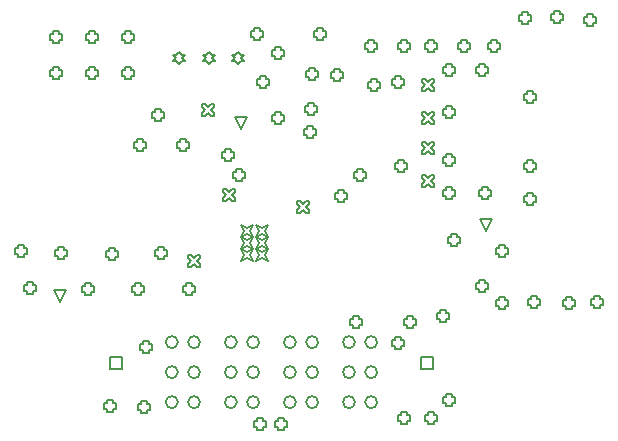
<source format=gbr>
%TF.GenerationSoftware,Altium Limited,Altium Designer,24.2.2 (26)*%
G04 Layer_Color=2752767*
%FSLAX45Y45*%
%MOMM*%
%TF.SameCoordinates,49D751E1-909A-4D1D-99CC-CC6D119DB9C5*%
%TF.FilePolarity,Positive*%
%TF.FileFunction,Drawing*%
%TF.Part,Single*%
G01*
G75*
%TA.AperFunction,NonConductor*%
%ADD37C,0.12700*%
%ADD70C,0.16933*%
D37*
X4180180Y-4897320D02*
Y-4795720D01*
X4281780D01*
Y-4897320D01*
X4180180D01*
X1552180D02*
Y-4795720D01*
X1653780D01*
Y-4897320D01*
X1552180D01*
X1125220Y-4330700D02*
X1074420Y-4229100D01*
X1176020D01*
X1125220Y-4330700D01*
X4732020Y-3723640D02*
X4681220Y-3622040D01*
X4782820D01*
X4732020Y-3723640D01*
X2636520Y-2311400D02*
X2661920Y-2286000D01*
X2687320D01*
X2661920Y-2260600D01*
X2687320Y-2235200D01*
X2661920D01*
X2636520Y-2209800D01*
X2611120Y-2235200D01*
X2585720D01*
X2611120Y-2260600D01*
X2585720Y-2286000D01*
X2611120D01*
X2636520Y-2311400D01*
X2386520D02*
X2411920Y-2286000D01*
X2437320D01*
X2411920Y-2260600D01*
X2437320Y-2235200D01*
X2411920D01*
X2386520Y-2209800D01*
X2361120Y-2235200D01*
X2335720D01*
X2361120Y-2260600D01*
X2335720Y-2286000D01*
X2361120D01*
X2386520Y-2311400D01*
X2136520D02*
X2161920Y-2286000D01*
X2187320D01*
X2161920Y-2260600D01*
X2187320Y-2235200D01*
X2161920D01*
X2136520Y-2209800D01*
X2111120Y-2235200D01*
X2085720D01*
X2111120Y-2260600D01*
X2085720Y-2286000D01*
X2111120D01*
X2136520Y-2311400D01*
X2659380Y-2867660D02*
X2608580Y-2766060D01*
X2710180D01*
X2659380Y-2867660D01*
X5588000Y-1963420D02*
Y-1988820D01*
X5638800D01*
Y-1963420D01*
X5664200D01*
Y-1912620D01*
X5638800D01*
Y-1887220D01*
X5588000D01*
Y-1912620D01*
X5562600D01*
Y-1963420D01*
X5588000D01*
X5311140Y-1943100D02*
Y-1968500D01*
X5361940D01*
Y-1943100D01*
X5387340D01*
Y-1892300D01*
X5361940D01*
Y-1866900D01*
X5311140D01*
Y-1892300D01*
X5285740D01*
Y-1943100D01*
X5311140D01*
X5036820Y-1950720D02*
Y-1976120D01*
X5087620D01*
Y-1950720D01*
X5113020D01*
Y-1899920D01*
X5087620D01*
Y-1874520D01*
X5036820D01*
Y-1899920D01*
X5011420D01*
Y-1950720D01*
X5036820D01*
X3444240Y-2430780D02*
Y-2456180D01*
X3495040D01*
Y-2430780D01*
X3520440D01*
Y-2379980D01*
X3495040D01*
Y-2354580D01*
X3444240D01*
Y-2379980D01*
X3418840D01*
Y-2430780D01*
X3444240D01*
X4841240Y-4358640D02*
Y-4384040D01*
X4892040D01*
Y-4358640D01*
X4917440D01*
Y-4307840D01*
X4892040D01*
Y-4282440D01*
X4841240D01*
Y-4307840D01*
X4815840D01*
Y-4358640D01*
X4841240D01*
X5118100Y-4353560D02*
Y-4378960D01*
X5168900D01*
Y-4353560D01*
X5194300D01*
Y-4302760D01*
X5168900D01*
Y-4277360D01*
X5118100D01*
Y-4302760D01*
X5092700D01*
Y-4353560D01*
X5118100D01*
X5643880Y-4351020D02*
Y-4376420D01*
X5694680D01*
Y-4351020D01*
X5720080D01*
Y-4300220D01*
X5694680D01*
Y-4274820D01*
X5643880D01*
Y-4300220D01*
X5618480D01*
Y-4351020D01*
X5643880D01*
X5407660Y-4358640D02*
Y-4384040D01*
X5458460D01*
Y-4358640D01*
X5483860D01*
Y-4307840D01*
X5458460D01*
Y-4282440D01*
X5407660D01*
Y-4307840D01*
X5382260D01*
Y-4358640D01*
X5407660D01*
X2509520Y-3477260D02*
X2534920D01*
X2560320Y-3451860D01*
X2585720Y-3477260D01*
X2611120D01*
Y-3451860D01*
X2585720Y-3426460D01*
X2611120Y-3401060D01*
Y-3375660D01*
X2585720D01*
X2560320Y-3401060D01*
X2534920Y-3375660D01*
X2509520D01*
Y-3401060D01*
X2534920Y-3426460D01*
X2509520Y-3451860D01*
Y-3477260D01*
X2209800Y-4036060D02*
X2235200D01*
X2260600Y-4010660D01*
X2286000Y-4036060D01*
X2311400D01*
Y-4010660D01*
X2286000Y-3985260D01*
X2311400Y-3959860D01*
Y-3934460D01*
X2286000D01*
X2260600Y-3959860D01*
X2235200Y-3934460D01*
X2209800D01*
Y-3959860D01*
X2235200Y-3985260D01*
X2209800Y-4010660D01*
Y-4036060D01*
X2138680Y-3022600D02*
Y-3048000D01*
X2189480D01*
Y-3022600D01*
X2214880D01*
Y-2971800D01*
X2189480D01*
Y-2946400D01*
X2138680D01*
Y-2971800D01*
X2113280D01*
Y-3022600D01*
X2138680D01*
X774700Y-3919220D02*
Y-3944620D01*
X825500D01*
Y-3919220D01*
X850900D01*
Y-3868420D01*
X825500D01*
Y-3843020D01*
X774700D01*
Y-3868420D01*
X749300D01*
Y-3919220D01*
X774700D01*
X1955800Y-3937000D02*
Y-3962400D01*
X2006600D01*
Y-3937000D01*
X2032000D01*
Y-3886200D01*
X2006600D01*
Y-3860800D01*
X1955800D01*
Y-3886200D01*
X1930400D01*
Y-3937000D01*
X1955800D01*
X1109980Y-3939540D02*
Y-3964940D01*
X1160780D01*
Y-3939540D01*
X1186180D01*
Y-3888740D01*
X1160780D01*
Y-3863340D01*
X1109980D01*
Y-3888740D01*
X1084580D01*
Y-3939540D01*
X1109980D01*
X2971800Y-5384800D02*
Y-5410200D01*
X3022600D01*
Y-5384800D01*
X3048000D01*
Y-5334000D01*
X3022600D01*
Y-5308600D01*
X2971800D01*
Y-5334000D01*
X2946400D01*
Y-5384800D01*
X2971800D01*
X2794000D02*
Y-5410200D01*
X2844800D01*
Y-5384800D01*
X2870200D01*
Y-5334000D01*
X2844800D01*
Y-5308600D01*
X2794000D01*
Y-5334000D01*
X2768600D01*
Y-5384800D01*
X2794000D01*
X4671060Y-4221480D02*
Y-4246880D01*
X4721860D01*
Y-4221480D01*
X4747260D01*
Y-4170680D01*
X4721860D01*
Y-4145280D01*
X4671060D01*
Y-4170680D01*
X4645660D01*
Y-4221480D01*
X4671060D01*
X4439920Y-3832860D02*
Y-3858260D01*
X4490720D01*
Y-3832860D01*
X4516120D01*
Y-3782060D01*
X4490720D01*
Y-3756660D01*
X4439920D01*
Y-3782060D01*
X4414520D01*
Y-3832860D01*
X4439920D01*
X5080000Y-2616200D02*
Y-2641600D01*
X5130800D01*
Y-2616200D01*
X5156200D01*
Y-2565400D01*
X5130800D01*
Y-2540000D01*
X5080000D01*
Y-2565400D01*
X5054600D01*
Y-2616200D01*
X5080000D01*
X3962400Y-4699000D02*
Y-4724400D01*
X4013200D01*
Y-4699000D01*
X4038600D01*
Y-4648200D01*
X4013200D01*
Y-4622800D01*
X3962400D01*
Y-4648200D01*
X3937000D01*
Y-4699000D01*
X3962400D01*
X5080000Y-3479800D02*
Y-3505200D01*
X5130800D01*
Y-3479800D01*
X5156200D01*
Y-3429000D01*
X5130800D01*
Y-3403600D01*
X5080000D01*
Y-3429000D01*
X5054600D01*
Y-3479800D01*
X5080000D01*
Y-3200400D02*
Y-3225800D01*
X5130800D01*
Y-3200400D01*
X5156200D01*
Y-3149600D01*
X5130800D01*
Y-3124200D01*
X5080000D01*
Y-3149600D01*
X5054600D01*
Y-3200400D01*
X5080000D01*
X4843780Y-3921760D02*
Y-3947160D01*
X4894580D01*
Y-3921760D01*
X4919980D01*
Y-3870960D01*
X4894580D01*
Y-3845560D01*
X4843780D01*
Y-3870960D01*
X4818380D01*
Y-3921760D01*
X4843780D01*
X3606800Y-4521200D02*
Y-4546600D01*
X3657600D01*
Y-4521200D01*
X3683000D01*
Y-4470400D01*
X3657600D01*
Y-4445000D01*
X3606800D01*
Y-4470400D01*
X3581400D01*
Y-4521200D01*
X3606800D01*
X4064000D02*
Y-4546600D01*
X4114800D01*
Y-4521200D01*
X4140200D01*
Y-4470400D01*
X4114800D01*
Y-4445000D01*
X4064000D01*
Y-4470400D01*
X4038600D01*
Y-4521200D01*
X4064000D01*
X4343400Y-4470400D02*
Y-4495800D01*
X4394200D01*
Y-4470400D01*
X4419600D01*
Y-4419600D01*
X4394200D01*
Y-4394200D01*
X4343400D01*
Y-4419600D01*
X4318000D01*
Y-4470400D01*
X4343400D01*
X4394200Y-5181600D02*
Y-5207000D01*
X4445000D01*
Y-5181600D01*
X4470400D01*
Y-5130800D01*
X4445000D01*
Y-5105400D01*
X4394200D01*
Y-5130800D01*
X4368800D01*
Y-5181600D01*
X4394200D01*
X4241800Y-5334000D02*
Y-5359400D01*
X4292600D01*
Y-5334000D01*
X4318000D01*
Y-5283200D01*
X4292600D01*
Y-5257800D01*
X4241800D01*
Y-5283200D01*
X4216400D01*
Y-5334000D01*
X4241800D01*
X4013200D02*
Y-5359400D01*
X4064000D01*
Y-5334000D01*
X4089400D01*
Y-5283200D01*
X4064000D01*
Y-5257800D01*
X4013200D01*
Y-5283200D01*
X3987800D01*
Y-5334000D01*
X4013200D01*
X4699000Y-3429000D02*
Y-3454400D01*
X4749800D01*
Y-3429000D01*
X4775200D01*
Y-3378200D01*
X4749800D01*
Y-3352800D01*
X4699000D01*
Y-3378200D01*
X4673600D01*
Y-3429000D01*
X4699000D01*
X4394200D02*
Y-3454400D01*
X4445000D01*
Y-3429000D01*
X4470400D01*
Y-3378200D01*
X4445000D01*
Y-3352800D01*
X4394200D01*
Y-3378200D01*
X4368800D01*
Y-3429000D01*
X4394200D01*
X4673600Y-2387600D02*
Y-2413000D01*
X4724400D01*
Y-2387600D01*
X4749800D01*
Y-2336800D01*
X4724400D01*
Y-2311400D01*
X4673600D01*
Y-2336800D01*
X4648200D01*
Y-2387600D01*
X4673600D01*
X4394200D02*
Y-2413000D01*
X4445000D01*
Y-2387600D01*
X4470400D01*
Y-2336800D01*
X4445000D01*
Y-2311400D01*
X4394200D01*
Y-2336800D01*
X4368800D01*
Y-2387600D01*
X4394200D01*
Y-2743200D02*
Y-2768600D01*
X4445000D01*
Y-2743200D01*
X4470400D01*
Y-2692400D01*
X4445000D01*
Y-2667000D01*
X4394200D01*
Y-2692400D01*
X4368800D01*
Y-2743200D01*
X4394200D01*
Y-3149600D02*
Y-3175000D01*
X4445000D01*
Y-3149600D01*
X4470400D01*
Y-3098800D01*
X4445000D01*
Y-3073400D01*
X4394200D01*
Y-3098800D01*
X4368800D01*
Y-3149600D01*
X4394200D01*
X3130235Y-3573780D02*
X3155635D01*
X3181035Y-3548380D01*
X3206435Y-3573780D01*
X3231835D01*
Y-3548380D01*
X3206435Y-3522980D01*
X3231835Y-3497580D01*
Y-3472180D01*
X3206435D01*
X3181035Y-3497580D01*
X3155635Y-3472180D01*
X3130235D01*
Y-3497580D01*
X3155635Y-3522980D01*
X3130235Y-3548380D01*
Y-3573780D01*
X3479800Y-3454400D02*
Y-3479800D01*
X3530600D01*
Y-3454400D01*
X3556000D01*
Y-3403600D01*
X3530600D01*
Y-3378200D01*
X3479800D01*
Y-3403600D01*
X3454400D01*
Y-3454400D01*
X3479800D01*
X3759200Y-2514600D02*
Y-2540000D01*
X3810000D01*
Y-2514600D01*
X3835400D01*
Y-2463800D01*
X3810000D01*
Y-2438400D01*
X3759200D01*
Y-2463800D01*
X3733800D01*
Y-2514600D01*
X3759200D01*
X3962400Y-2489200D02*
Y-2514600D01*
X4013200D01*
Y-2489200D01*
X4038600D01*
Y-2438400D01*
X4013200D01*
Y-2413000D01*
X3962400D01*
Y-2438400D01*
X3937000D01*
Y-2489200D01*
X3962400D01*
X3640520Y-3274960D02*
Y-3300360D01*
X3691320D01*
Y-3274960D01*
X3716720D01*
Y-3224160D01*
X3691320D01*
Y-3198760D01*
X3640520D01*
Y-3224160D01*
X3615120D01*
Y-3274960D01*
X3640520D01*
X3987800Y-3200400D02*
Y-3225800D01*
X4038600D01*
Y-3200400D01*
X4064000D01*
Y-3149600D01*
X4038600D01*
Y-3124200D01*
X3987800D01*
Y-3149600D01*
X3962400D01*
Y-3200400D01*
X3987800D01*
X3218180Y-2910840D02*
Y-2936240D01*
X3268980D01*
Y-2910840D01*
X3294380D01*
Y-2860040D01*
X3268980D01*
Y-2834640D01*
X3218180D01*
Y-2860040D01*
X3192780D01*
Y-2910840D01*
X3218180D01*
X3225800Y-2717800D02*
Y-2743200D01*
X3276600D01*
Y-2717800D01*
X3302000D01*
Y-2667000D01*
X3276600D01*
Y-2641600D01*
X3225800D01*
Y-2667000D01*
X3200400D01*
Y-2717800D01*
X3225800D01*
X2946400Y-2794000D02*
Y-2819400D01*
X2997200D01*
Y-2794000D01*
X3022600D01*
Y-2743200D01*
X2997200D01*
Y-2717800D01*
X2946400D01*
Y-2743200D01*
X2921000D01*
Y-2794000D01*
X2946400D01*
X2523588Y-3112519D02*
Y-3137919D01*
X2574388D01*
Y-3112519D01*
X2599788D01*
Y-3061719D01*
X2574388D01*
Y-3036319D01*
X2523588D01*
Y-3061719D01*
X2498188D01*
Y-3112519D01*
X2523588D01*
X2616200Y-3276600D02*
Y-3302000D01*
X2667000D01*
Y-3276600D01*
X2692400D01*
Y-3225800D01*
X2667000D01*
Y-3200400D01*
X2616200D01*
Y-3225800D01*
X2590800D01*
Y-3276600D01*
X2616200D01*
X4191000Y-3352800D02*
X4216400D01*
X4241800Y-3327400D01*
X4267200Y-3352800D01*
X4292600D01*
Y-3327400D01*
X4267200Y-3302000D01*
X4292600Y-3276600D01*
Y-3251200D01*
X4267200D01*
X4241800Y-3276600D01*
X4216400Y-3251200D01*
X4191000D01*
Y-3276600D01*
X4216400Y-3302000D01*
X4191000Y-3327400D01*
Y-3352800D01*
Y-3073400D02*
X4216400D01*
X4241800Y-3048000D01*
X4267200Y-3073400D01*
X4292600D01*
Y-3048000D01*
X4267200Y-3022600D01*
X4292600Y-2997200D01*
Y-2971800D01*
X4267200D01*
X4241800Y-2997200D01*
X4216400Y-2971800D01*
X4191000D01*
Y-2997200D01*
X4216400Y-3022600D01*
X4191000Y-3048000D01*
Y-3073400D01*
Y-2819400D02*
X4216400D01*
X4241800Y-2794000D01*
X4267200Y-2819400D01*
X4292600D01*
Y-2794000D01*
X4267200Y-2768600D01*
X4292600Y-2743200D01*
Y-2717800D01*
X4267200D01*
X4241800Y-2743200D01*
X4216400Y-2717800D01*
X4191000D01*
Y-2743200D01*
X4216400Y-2768600D01*
X4191000Y-2794000D01*
Y-2819400D01*
Y-2540000D02*
X4216400D01*
X4241800Y-2514600D01*
X4267200Y-2540000D01*
X4292600D01*
Y-2514600D01*
X4267200Y-2489200D01*
X4292600Y-2463800D01*
Y-2438400D01*
X4267200D01*
X4241800Y-2463800D01*
X4216400Y-2438400D01*
X4191000D01*
Y-2463800D01*
X4216400Y-2489200D01*
X4191000Y-2514600D01*
Y-2540000D01*
X3302000Y-2082800D02*
Y-2108200D01*
X3352800D01*
Y-2082800D01*
X3378200D01*
Y-2032000D01*
X3352800D01*
Y-2006600D01*
X3302000D01*
Y-2032000D01*
X3276600D01*
Y-2082800D01*
X3302000D01*
X4775200Y-2184400D02*
Y-2209800D01*
X4826000D01*
Y-2184400D01*
X4851400D01*
Y-2133600D01*
X4826000D01*
Y-2108200D01*
X4775200D01*
Y-2133600D01*
X4749800D01*
Y-2184400D01*
X4775200D01*
X4521200D02*
Y-2209800D01*
X4572000D01*
Y-2184400D01*
X4597400D01*
Y-2133600D01*
X4572000D01*
Y-2108200D01*
X4521200D01*
Y-2133600D01*
X4495800D01*
Y-2184400D01*
X4521200D01*
X4241800D02*
Y-2209800D01*
X4292600D01*
Y-2184400D01*
X4318000D01*
Y-2133600D01*
X4292600D01*
Y-2108200D01*
X4241800D01*
Y-2133600D01*
X4216400D01*
Y-2184400D01*
X4241800D01*
X4013200D02*
Y-2209800D01*
X4064000D01*
Y-2184400D01*
X4089400D01*
Y-2133600D01*
X4064000D01*
Y-2108200D01*
X4013200D01*
Y-2133600D01*
X3987800D01*
Y-2184400D01*
X4013200D01*
X3733800D02*
Y-2209800D01*
X3784600D01*
Y-2184400D01*
X3810000D01*
Y-2133600D01*
X3784600D01*
Y-2108200D01*
X3733800D01*
Y-2133600D01*
X3708400D01*
Y-2184400D01*
X3733800D01*
X2819400Y-2489200D02*
Y-2514600D01*
X2870200D01*
Y-2489200D01*
X2895600D01*
Y-2438400D01*
X2870200D01*
Y-2413000D01*
X2819400D01*
Y-2438400D01*
X2794000D01*
Y-2489200D01*
X2819400D01*
X2945055Y-2245417D02*
Y-2270817D01*
X2995855D01*
Y-2245417D01*
X3021255D01*
Y-2194617D01*
X2995855D01*
Y-2169217D01*
X2945055D01*
Y-2194617D01*
X2919655D01*
Y-2245417D01*
X2945055D01*
X2768600Y-2082800D02*
Y-2108200D01*
X2819400D01*
Y-2082800D01*
X2844800D01*
Y-2032000D01*
X2819400D01*
Y-2006600D01*
X2768600D01*
Y-2032000D01*
X2743200D01*
Y-2082800D01*
X2768600D01*
X1778000Y-3022600D02*
Y-3048000D01*
X1828800D01*
Y-3022600D01*
X1854200D01*
Y-2971800D01*
X1828800D01*
Y-2946400D01*
X1778000D01*
Y-2971800D01*
X1752600D01*
Y-3022600D01*
X1778000D01*
X1930400Y-2768600D02*
Y-2794000D01*
X1981200D01*
Y-2768600D01*
X2006600D01*
Y-2717800D01*
X1981200D01*
Y-2692400D01*
X1930400D01*
Y-2717800D01*
X1905000D01*
Y-2768600D01*
X1930400D01*
X1676400Y-2413000D02*
Y-2438400D01*
X1727200D01*
Y-2413000D01*
X1752600D01*
Y-2362200D01*
X1727200D01*
Y-2336800D01*
X1676400D01*
Y-2362200D01*
X1651000D01*
Y-2413000D01*
X1676400D01*
X1371600D02*
Y-2438400D01*
X1422400D01*
Y-2413000D01*
X1447800D01*
Y-2362200D01*
X1422400D01*
Y-2336800D01*
X1371600D01*
Y-2362200D01*
X1346200D01*
Y-2413000D01*
X1371600D01*
X1066800D02*
Y-2438400D01*
X1117600D01*
Y-2413000D01*
X1143000D01*
Y-2362200D01*
X1117600D01*
Y-2336800D01*
X1066800D01*
Y-2362200D01*
X1041400D01*
Y-2413000D01*
X1066800D01*
X1676400Y-2108200D02*
Y-2133600D01*
X1727200D01*
Y-2108200D01*
X1752600D01*
Y-2057400D01*
X1727200D01*
Y-2032000D01*
X1676400D01*
Y-2057400D01*
X1651000D01*
Y-2108200D01*
X1676400D01*
X1371600D02*
Y-2133600D01*
X1422400D01*
Y-2108200D01*
X1447800D01*
Y-2057400D01*
X1422400D01*
Y-2032000D01*
X1371600D01*
Y-2057400D01*
X1346200D01*
Y-2108200D01*
X1371600D01*
X3238500Y-2425700D02*
Y-2451100D01*
X3289300D01*
Y-2425700D01*
X3314700D01*
Y-2374900D01*
X3289300D01*
Y-2349500D01*
X3238500D01*
Y-2374900D01*
X3213100D01*
Y-2425700D01*
X3238500D01*
X1066800Y-2108200D02*
Y-2133600D01*
X1117600D01*
Y-2108200D01*
X1143000D01*
Y-2057400D01*
X1117600D01*
Y-2032000D01*
X1066800D01*
Y-2057400D01*
X1041400D01*
Y-2108200D01*
X1066800D01*
X1828800Y-4737100D02*
Y-4762500D01*
X1879600D01*
Y-4737100D01*
X1905000D01*
Y-4686300D01*
X1879600D01*
Y-4660900D01*
X1828800D01*
Y-4686300D01*
X1803400D01*
Y-4737100D01*
X1828800D01*
X1816100Y-5245100D02*
Y-5270500D01*
X1866900D01*
Y-5245100D01*
X1892300D01*
Y-5194300D01*
X1866900D01*
Y-5168900D01*
X1816100D01*
Y-5194300D01*
X1790700D01*
Y-5245100D01*
X1816100D01*
X1524000Y-5232400D02*
Y-5257800D01*
X1574800D01*
Y-5232400D01*
X1600200D01*
Y-5181600D01*
X1574800D01*
Y-5156200D01*
X1524000D01*
Y-5181600D01*
X1498600D01*
Y-5232400D01*
X1524000D01*
X2197100Y-4246880D02*
Y-4272280D01*
X2247900D01*
Y-4246880D01*
X2273300D01*
Y-4196080D01*
X2247900D01*
Y-4170680D01*
X2197100D01*
Y-4196080D01*
X2171700D01*
Y-4246880D01*
X2197100D01*
X1541780Y-3944620D02*
Y-3970020D01*
X1592580D01*
Y-3944620D01*
X1617980D01*
Y-3893820D01*
X1592580D01*
Y-3868420D01*
X1541780D01*
Y-3893820D01*
X1516380D01*
Y-3944620D01*
X1541780D01*
X848360Y-4239260D02*
Y-4264660D01*
X899160D01*
Y-4239260D01*
X924560D01*
Y-4188460D01*
X899160D01*
Y-4163060D01*
X848360D01*
Y-4188460D01*
X822960D01*
Y-4239260D01*
X848360D01*
X1760220Y-4244340D02*
Y-4269740D01*
X1811020D01*
Y-4244340D01*
X1836420D01*
Y-4193540D01*
X1811020D01*
Y-4168140D01*
X1760220D01*
Y-4193540D01*
X1734820D01*
Y-4244340D01*
X1760220D01*
X1336040Y-4241800D02*
Y-4267200D01*
X1386840D01*
Y-4241800D01*
X1412240D01*
Y-4191000D01*
X1386840D01*
Y-4165600D01*
X1336040D01*
Y-4191000D01*
X1310640D01*
Y-4241800D01*
X1336040D01*
X2657880Y-3779520D02*
X2683280Y-3728720D01*
X2657880Y-3677920D01*
X2708680Y-3703320D01*
X2759480Y-3677920D01*
X2734080Y-3728720D01*
X2759480Y-3779520D01*
X2708680Y-3754120D01*
X2657880Y-3779520D01*
X2782080D02*
X2807480Y-3728720D01*
X2782080Y-3677920D01*
X2832880Y-3703320D01*
X2883680Y-3677920D01*
X2858280Y-3728720D01*
X2883680Y-3779520D01*
X2832880Y-3754120D01*
X2782080Y-3779520D01*
X2657880Y-3881120D02*
X2683280Y-3830320D01*
X2657880Y-3779520D01*
X2708680Y-3804920D01*
X2759480Y-3779520D01*
X2734080Y-3830320D01*
X2759480Y-3881120D01*
X2708680Y-3855720D01*
X2657880Y-3881120D01*
X2782080D02*
X2807480Y-3830320D01*
X2782080Y-3779520D01*
X2832880Y-3804920D01*
X2883680Y-3779520D01*
X2858280Y-3830320D01*
X2883680Y-3881120D01*
X2832880Y-3855720D01*
X2782080Y-3881120D01*
X2657880Y-3982720D02*
X2683280Y-3931920D01*
X2657880Y-3881120D01*
X2708680Y-3906520D01*
X2759480Y-3881120D01*
X2734080Y-3931920D01*
X2759480Y-3982720D01*
X2708680Y-3957320D01*
X2657880Y-3982720D01*
X2782080D02*
X2807480Y-3931920D01*
X2782080Y-3881120D01*
X2832880Y-3906520D01*
X2883680Y-3881120D01*
X2858280Y-3931920D01*
X2883680Y-3982720D01*
X2832880Y-3957320D01*
X2782080Y-3982720D01*
X2326640Y-2750820D02*
X2352040D01*
X2377440Y-2725420D01*
X2402840Y-2750820D01*
X2428240D01*
Y-2725420D01*
X2402840Y-2700020D01*
X2428240Y-2674620D01*
Y-2649220D01*
X2402840D01*
X2377440Y-2674620D01*
X2352040Y-2649220D01*
X2326640D01*
Y-2674620D01*
X2352040Y-2700020D01*
X2326640Y-2725420D01*
Y-2750820D01*
D70*
X2311780Y-5176520D02*
G03*
X2311780Y-5176520I-50800J0D01*
G01*
X2123780D02*
G03*
X2123780Y-5176520I-50800J0D01*
G01*
X2311780Y-4922520D02*
G03*
X2311780Y-4922520I-50800J0D01*
G01*
X2123780D02*
G03*
X2123780Y-4922520I-50800J0D01*
G01*
X2311780Y-4668520D02*
G03*
X2311780Y-4668520I-50800J0D01*
G01*
X2123780D02*
G03*
X2123780Y-4668520I-50800J0D01*
G01*
X3811780Y-5176520D02*
G03*
X3811780Y-5176520I-50800J0D01*
G01*
X3623780D02*
G03*
X3623780Y-5176520I-50800J0D01*
G01*
X3811780Y-4922520D02*
G03*
X3811780Y-4922520I-50800J0D01*
G01*
X3623780D02*
G03*
X3623780Y-4922520I-50800J0D01*
G01*
X3811780Y-4668520D02*
G03*
X3811780Y-4668520I-50800J0D01*
G01*
X3623780D02*
G03*
X3623780Y-4668520I-50800J0D01*
G01*
X3311780Y-5176520D02*
G03*
X3311780Y-5176520I-50800J0D01*
G01*
X3123780D02*
G03*
X3123780Y-5176520I-50800J0D01*
G01*
X3311780Y-4922520D02*
G03*
X3311780Y-4922520I-50800J0D01*
G01*
X3123780D02*
G03*
X3123780Y-4922520I-50800J0D01*
G01*
X3311780Y-4668520D02*
G03*
X3311780Y-4668520I-50800J0D01*
G01*
X3123780D02*
G03*
X3123780Y-4668520I-50800J0D01*
G01*
X2811780Y-5176520D02*
G03*
X2811780Y-5176520I-50800J0D01*
G01*
X2623780D02*
G03*
X2623780Y-5176520I-50800J0D01*
G01*
X2811780Y-4922520D02*
G03*
X2811780Y-4922520I-50800J0D01*
G01*
X2623780D02*
G03*
X2623780Y-4922520I-50800J0D01*
G01*
X2811780Y-4668520D02*
G03*
X2811780Y-4668520I-50800J0D01*
G01*
X2623780D02*
G03*
X2623780Y-4668520I-50800J0D01*
G01*
%TF.MD5,5575c56e7bdaa54a0412d537d2e97037*%
M02*

</source>
